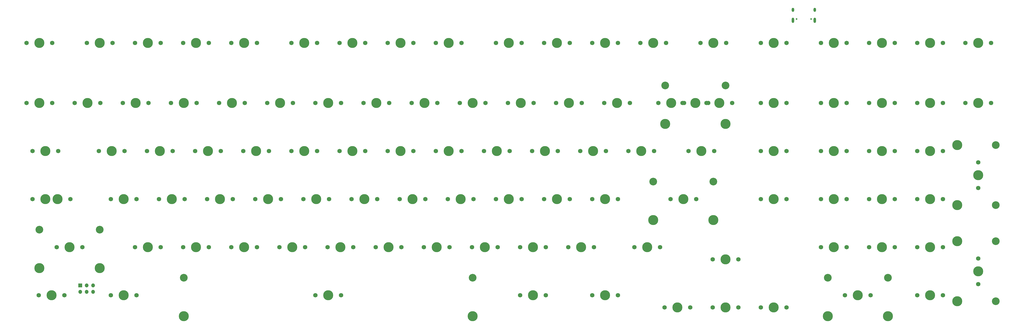
<source format=gbr>
%TF.GenerationSoftware,KiCad,Pcbnew,(5.1.6)-1*%
%TF.CreationDate,2020-07-26T12:10:16+02:00*%
%TF.ProjectId,Proyecto CFS,50726f79-6563-4746-9f20-4346532e6b69,rev?*%
%TF.SameCoordinates,Original*%
%TF.FileFunction,Soldermask,Top*%
%TF.FilePolarity,Negative*%
%FSLAX46Y46*%
G04 Gerber Fmt 4.6, Leading zero omitted, Abs format (unit mm)*
G04 Created by KiCad (PCBNEW (5.1.6)-1) date 2020-07-26 12:10:16*
%MOMM*%
%LPD*%
G01*
G04 APERTURE LIST*
%ADD10C,0.650000*%
%ADD11O,1.000000X2.100000*%
%ADD12O,1.000000X1.600000*%
%ADD13C,3.987800*%
%ADD14C,1.750000*%
%ADD15C,3.048000*%
%ADD16O,1.524000X1.524000*%
%ADD17R,1.524000X1.524000*%
G04 APERTURE END LIST*
D10*
%TO.C,USB1*%
X286340000Y-73855000D03*
X280560000Y-73855000D03*
D11*
X279130000Y-74385000D03*
X287770000Y-74385000D03*
D12*
X279130000Y-70205000D03*
X287770000Y-70205000D03*
%TD*%
D13*
%TO.C,MX79*%
X271462500Y-83343750D03*
D14*
X266382500Y-83343750D03*
X276542500Y-83343750D03*
%TD*%
D13*
%TO.C,MX45*%
X142875000Y-83343750D03*
D14*
X137795000Y-83343750D03*
X147955000Y-83343750D03*
%TD*%
D13*
%TO.C,MX95*%
X333375000Y-107156250D03*
D14*
X328295000Y-107156250D03*
X338455000Y-107156250D03*
%TD*%
D13*
%TO.C,MX103*%
X352425000Y-173831250D03*
D14*
X352425000Y-168751250D03*
X352425000Y-178911250D03*
D15*
X359410000Y-161925000D03*
X359410000Y-185737500D03*
D13*
X344170000Y-161925000D03*
X344170000Y-185737500D03*
%TD*%
%TO.C,MX102*%
X352425000Y-135731250D03*
D14*
X352425000Y-130651250D03*
X352425000Y-140811250D03*
D15*
X359410000Y-123825000D03*
X359410000Y-147637500D03*
D13*
X344170000Y-123825000D03*
X344170000Y-147637500D03*
%TD*%
%TO.C,MX88*%
X304800000Y-183356250D03*
D14*
X299720000Y-183356250D03*
X309880000Y-183356250D03*
D15*
X292893750Y-176371250D03*
X316706250Y-176371250D03*
D13*
X292893750Y-191611250D03*
X316706250Y-191611250D03*
%TD*%
%TO.C,MX104*%
X271462500Y-188118750D03*
D14*
X266382500Y-188118750D03*
X276542500Y-188118750D03*
%TD*%
D13*
%TO.C,MX39*%
X119062500Y-164306250D03*
D14*
X113982500Y-164306250D03*
X124142500Y-164306250D03*
%TD*%
D13*
%TO.C,MX43*%
X128587500Y-145256250D03*
D14*
X123507500Y-145256250D03*
X133667500Y-145256250D03*
%TD*%
D13*
%TO.C,MX34*%
X95250000Y-183356250D03*
D14*
X90170000Y-183356250D03*
X100330000Y-183356250D03*
D15*
X38100000Y-176371250D03*
X152400000Y-176371250D03*
D13*
X38100000Y-191611250D03*
X152400000Y-191611250D03*
%TD*%
%TO.C,MX33*%
X100012500Y-164306250D03*
D14*
X94932500Y-164306250D03*
X105092500Y-164306250D03*
%TD*%
D13*
%TO.C,MX32*%
X90487500Y-145256250D03*
D14*
X85407500Y-145256250D03*
X95567500Y-145256250D03*
%TD*%
D13*
%TO.C,MX48*%
X147637500Y-145256250D03*
D14*
X142557500Y-145256250D03*
X152717500Y-145256250D03*
%TD*%
D13*
%TO.C,MX31*%
X85725000Y-126206250D03*
D14*
X80645000Y-126206250D03*
X90805000Y-126206250D03*
%TD*%
D13*
%TO.C,MX44*%
X138112500Y-164306250D03*
D14*
X133032500Y-164306250D03*
X143192500Y-164306250D03*
%TD*%
D13*
%TO.C,MX40*%
X123825000Y-83343750D03*
D14*
X118745000Y-83343750D03*
X128905000Y-83343750D03*
%TD*%
D13*
%TO.C,MX36*%
X95250000Y-107156250D03*
D14*
X90170000Y-107156250D03*
X100330000Y-107156250D03*
%TD*%
D13*
%TO.C,MX46*%
X133350000Y-107156250D03*
D14*
X128270000Y-107156250D03*
X138430000Y-107156250D03*
%TD*%
D13*
%TO.C,MX41*%
X114300000Y-107156250D03*
D14*
X109220000Y-107156250D03*
X119380000Y-107156250D03*
%TD*%
D13*
%TO.C,MX42*%
X123825000Y-126206250D03*
D14*
X118745000Y-126206250D03*
X128905000Y-126206250D03*
%TD*%
D13*
%TO.C,MX38*%
X109537500Y-145256250D03*
D14*
X104457500Y-145256250D03*
X114617500Y-145256250D03*
%TD*%
D13*
%TO.C,MX35*%
X104775000Y-83343750D03*
D14*
X99695000Y-83343750D03*
X109855000Y-83343750D03*
%TD*%
D13*
%TO.C,MX37*%
X104775000Y-126206250D03*
D14*
X99695000Y-126206250D03*
X109855000Y-126206250D03*
%TD*%
D13*
%TO.C,MX47*%
X142875000Y-126206250D03*
D14*
X137795000Y-126206250D03*
X147955000Y-126206250D03*
%TD*%
D13*
%TO.C,MX89*%
X314325000Y-83343750D03*
D14*
X309245000Y-83343750D03*
X319405000Y-83343750D03*
%TD*%
D13*
%TO.C,MX87*%
X295275000Y-164306250D03*
D14*
X290195000Y-164306250D03*
X300355000Y-164306250D03*
%TD*%
D13*
%TO.C,MX100*%
X352425000Y-83343750D03*
D14*
X347345000Y-83343750D03*
X357505000Y-83343750D03*
%TD*%
D13*
%TO.C,MX94*%
X333375000Y-83343750D03*
D14*
X328295000Y-83343750D03*
X338455000Y-83343750D03*
%TD*%
D13*
%TO.C,MX86*%
X295275000Y-145256250D03*
D14*
X290195000Y-145256250D03*
X300355000Y-145256250D03*
%TD*%
D13*
%TO.C,MX101*%
X352425000Y-107156250D03*
D14*
X347345000Y-107156250D03*
X357505000Y-107156250D03*
%TD*%
D13*
%TO.C,MX97*%
X333375000Y-145256250D03*
D14*
X328295000Y-145256250D03*
X338455000Y-145256250D03*
%TD*%
D13*
%TO.C,MX99*%
X333375000Y-183356250D03*
D14*
X328295000Y-183356250D03*
X338455000Y-183356250D03*
%TD*%
D13*
%TO.C,MX93*%
X314325000Y-164306250D03*
D14*
X309245000Y-164306250D03*
X319405000Y-164306250D03*
%TD*%
D13*
%TO.C,MX98*%
X333375000Y-164306250D03*
D14*
X328295000Y-164306250D03*
X338455000Y-164306250D03*
%TD*%
D13*
%TO.C,MX92*%
X314325000Y-145256250D03*
D14*
X309245000Y-145256250D03*
X319405000Y-145256250D03*
%TD*%
D13*
%TO.C,MX96*%
X333375000Y-126206250D03*
D14*
X328295000Y-126206250D03*
X338455000Y-126206250D03*
%TD*%
D13*
%TO.C,MX90*%
X314325000Y-107156250D03*
D14*
X309245000Y-107156250D03*
X319405000Y-107156250D03*
%TD*%
D13*
%TO.C,MX91*%
X314325000Y-126206250D03*
D14*
X309245000Y-126206250D03*
X319405000Y-126206250D03*
%TD*%
D13*
%TO.C,MX72*%
X242887500Y-126206250D03*
D14*
X237807500Y-126206250D03*
X247967500Y-126206250D03*
%TD*%
D13*
%TO.C,MX4*%
X-16668750Y-145256250D03*
D14*
X-21748750Y-145256250D03*
X-11588750Y-145256250D03*
%TD*%
D13*
%TO.C,MX60*%
X195262500Y-164306250D03*
D14*
X190182500Y-164306250D03*
X200342500Y-164306250D03*
%TD*%
D13*
%TO.C,MX51*%
X152400000Y-107156250D03*
D14*
X147320000Y-107156250D03*
X157480000Y-107156250D03*
%TD*%
D13*
%TO.C,MX50*%
X166687500Y-83343750D03*
D14*
X161607500Y-83343750D03*
X171767500Y-83343750D03*
%TD*%
D13*
%TO.C,MX59*%
X185737500Y-145256250D03*
D14*
X180657500Y-145256250D03*
X190817500Y-145256250D03*
%TD*%
D13*
%TO.C,MX57*%
X171450000Y-107156250D03*
D14*
X166370000Y-107156250D03*
X176530000Y-107156250D03*
%TD*%
D13*
%TO.C,MX49*%
X157162500Y-164306250D03*
D14*
X152082500Y-164306250D03*
X162242500Y-164306250D03*
%TD*%
D13*
%TO.C,MX66*%
X204787500Y-183356250D03*
D14*
X199707500Y-183356250D03*
X209867500Y-183356250D03*
%TD*%
D13*
%TO.C,MX55*%
X176212500Y-183356250D03*
D14*
X171132500Y-183356250D03*
X181292500Y-183356250D03*
%TD*%
D13*
%TO.C,MX63*%
X200025000Y-126206250D03*
D14*
X194945000Y-126206250D03*
X205105000Y-126206250D03*
%TD*%
D13*
%TO.C,MX58*%
X180975000Y-126206250D03*
D14*
X175895000Y-126206250D03*
X186055000Y-126206250D03*
%TD*%
D13*
%TO.C,MX64*%
X204787500Y-145256250D03*
D14*
X199707500Y-145256250D03*
X209867500Y-145256250D03*
%TD*%
D13*
%TO.C,MX54*%
X176212500Y-164306250D03*
D14*
X171132500Y-164306250D03*
X181292500Y-164306250D03*
%TD*%
D13*
%TO.C,MX65*%
X221456250Y-164306250D03*
D14*
X216376250Y-164306250D03*
X226536250Y-164306250D03*
%TD*%
D13*
%TO.C,MX56*%
X185737500Y-83343750D03*
D14*
X180657500Y-83343750D03*
X190817500Y-83343750D03*
%TD*%
D13*
%TO.C,MX53*%
X166687500Y-145256250D03*
D14*
X161607500Y-145256250D03*
X171767500Y-145256250D03*
%TD*%
D13*
%TO.C,MX61*%
X204787500Y-83343750D03*
D14*
X199707500Y-83343750D03*
X209867500Y-83343750D03*
%TD*%
D13*
%TO.C,MX62*%
X190500000Y-107156250D03*
D14*
X185420000Y-107156250D03*
X195580000Y-107156250D03*
%TD*%
D13*
%TO.C,MX52*%
X161925000Y-126206250D03*
D14*
X156845000Y-126206250D03*
X167005000Y-126206250D03*
%TD*%
D13*
%TO.C,MX85*%
X295275000Y-126206250D03*
D14*
X290195000Y-126206250D03*
X300355000Y-126206250D03*
%TD*%
D13*
%TO.C,MX81*%
X271462500Y-126206250D03*
D14*
X266382500Y-126206250D03*
X276542500Y-126206250D03*
%TD*%
D13*
%TO.C,MX76*%
X247650000Y-83343750D03*
D14*
X242570000Y-83343750D03*
X252730000Y-83343750D03*
%TD*%
D13*
%TO.C,MX82*%
X271462500Y-145256250D03*
D14*
X266382500Y-145256250D03*
X276542500Y-145256250D03*
%TD*%
D13*
%TO.C,MX69*%
X219075000Y-126206250D03*
D14*
X213995000Y-126206250D03*
X224155000Y-126206250D03*
%TD*%
D13*
%TO.C,MX83*%
X295275000Y-83343750D03*
D14*
X290195000Y-83343750D03*
X300355000Y-83343750D03*
%TD*%
D13*
%TO.C,MX78*%
X250031250Y-107156250D03*
D14*
X244951250Y-107156250D03*
X255111250Y-107156250D03*
%TD*%
D13*
%TO.C,MX80*%
X271462500Y-107156250D03*
D14*
X266382500Y-107156250D03*
X276542500Y-107156250D03*
%TD*%
D13*
%TO.C,MX84*%
X295275000Y-107156250D03*
D14*
X290195000Y-107156250D03*
X300355000Y-107156250D03*
%TD*%
D13*
%TO.C,MX77*%
X240506250Y-107156250D03*
D14*
X235426250Y-107156250D03*
X245586250Y-107156250D03*
D15*
X228600000Y-100171250D03*
X252412500Y-100171250D03*
D13*
X228600000Y-115411250D03*
X252412500Y-115411250D03*
%TD*%
%TO.C,MX73*%
X235743750Y-145256250D03*
D14*
X230663750Y-145256250D03*
X240823750Y-145256250D03*
D15*
X223837500Y-138271250D03*
X247650000Y-138271250D03*
D13*
X223837500Y-153511250D03*
X247650000Y-153511250D03*
%TD*%
%TO.C,MX74*%
X252412500Y-169068750D03*
D14*
X247332500Y-169068750D03*
X257492500Y-169068750D03*
%TD*%
D13*
%TO.C,MX71*%
X230981250Y-107156250D03*
D14*
X225901250Y-107156250D03*
X236061250Y-107156250D03*
%TD*%
D13*
%TO.C,MX70*%
X233362500Y-188118750D03*
D14*
X228282500Y-188118750D03*
X238442500Y-188118750D03*
%TD*%
D13*
%TO.C,MX68*%
X209550000Y-107156250D03*
D14*
X204470000Y-107156250D03*
X214630000Y-107156250D03*
%TD*%
D13*
%TO.C,MX75*%
X252412500Y-188118750D03*
D14*
X247332500Y-188118750D03*
X257492500Y-188118750D03*
%TD*%
D13*
%TO.C,MX67*%
X223837500Y-83343750D03*
D14*
X218757500Y-83343750D03*
X228917500Y-83343750D03*
%TD*%
D13*
%TO.C,MX10*%
X9525000Y-126206250D03*
D14*
X4445000Y-126206250D03*
X14605000Y-126206250D03*
%TD*%
D13*
%TO.C,MX3*%
X-16668750Y-126206250D03*
D14*
X-21748750Y-126206250D03*
X-11588750Y-126206250D03*
%TD*%
D13*
%TO.C,MX1*%
X-19050000Y-83343750D03*
D14*
X-24130000Y-83343750D03*
X-13970000Y-83343750D03*
%TD*%
D13*
%TO.C,MX11*%
X14287500Y-145256250D03*
D14*
X9207500Y-145256250D03*
X19367500Y-145256250D03*
%TD*%
D13*
%TO.C,MX2*%
X-19050000Y-107156250D03*
D14*
X-24130000Y-107156250D03*
X-13970000Y-107156250D03*
%TD*%
D13*
%TO.C,MX6*%
X-14287500Y-183356250D03*
D14*
X-19367500Y-183356250D03*
X-9207500Y-183356250D03*
%TD*%
D13*
%TO.C,MX12*%
X23812500Y-164306250D03*
D14*
X18732500Y-164306250D03*
X28892500Y-164306250D03*
%TD*%
D13*
%TO.C,MX5*%
X-7143750Y-164306250D03*
D14*
X-12223750Y-164306250D03*
X-2063750Y-164306250D03*
D15*
X-19050000Y-157321250D03*
X4762500Y-157321250D03*
D13*
X-19050000Y-172561250D03*
X4762500Y-172561250D03*
%TD*%
%TO.C,MX8*%
X4762500Y-83343750D03*
D14*
X-317500Y-83343750D03*
X9842500Y-83343750D03*
%TD*%
D13*
%TO.C,MX9*%
X0Y-107156250D03*
D14*
X-5080000Y-107156250D03*
X5080000Y-107156250D03*
%TD*%
D13*
%TO.C,MX7*%
X-11906250Y-145256250D03*
D14*
X-16986250Y-145256250D03*
X-6826250Y-145256250D03*
%TD*%
D13*
%TO.C,MX26*%
X66675000Y-126206250D03*
D14*
X61595000Y-126206250D03*
X71755000Y-126206250D03*
%TD*%
D13*
%TO.C,MX16*%
X33337500Y-145256250D03*
D14*
X28257500Y-145256250D03*
X38417500Y-145256250D03*
%TD*%
D13*
%TO.C,MX15*%
X28575000Y-126206250D03*
D14*
X23495000Y-126206250D03*
X33655000Y-126206250D03*
%TD*%
D13*
%TO.C,MX14*%
X19050000Y-107156250D03*
D14*
X13970000Y-107156250D03*
X24130000Y-107156250D03*
%TD*%
D13*
%TO.C,MX13*%
X23812500Y-83343750D03*
D14*
X18732500Y-83343750D03*
X28892500Y-83343750D03*
%TD*%
D13*
%TO.C,MX23*%
X61912500Y-164306250D03*
D14*
X56832500Y-164306250D03*
X66992500Y-164306250D03*
%TD*%
D13*
%TO.C,MX21*%
X47625000Y-126206250D03*
D14*
X42545000Y-126206250D03*
X52705000Y-126206250D03*
%TD*%
D13*
%TO.C,MX29*%
X85725000Y-83343750D03*
D14*
X80645000Y-83343750D03*
X90805000Y-83343750D03*
%TD*%
D13*
%TO.C,MX24*%
X61912500Y-83343750D03*
D14*
X56832500Y-83343750D03*
X66992500Y-83343750D03*
%TD*%
D13*
%TO.C,MX17*%
X42862500Y-164306250D03*
D14*
X37782500Y-164306250D03*
X47942500Y-164306250D03*
%TD*%
D13*
%TO.C,MX20*%
X38100000Y-107156250D03*
D14*
X33020000Y-107156250D03*
X43180000Y-107156250D03*
%TD*%
D13*
%TO.C,MX28*%
X80962500Y-164306250D03*
D14*
X75882500Y-164306250D03*
X86042500Y-164306250D03*
%TD*%
D13*
%TO.C,MX25*%
X57150000Y-107156250D03*
D14*
X52070000Y-107156250D03*
X62230000Y-107156250D03*
%TD*%
D13*
%TO.C,MX22*%
X52387500Y-145256250D03*
D14*
X47307500Y-145256250D03*
X57467500Y-145256250D03*
%TD*%
D13*
%TO.C,MX30*%
X76200000Y-107156250D03*
D14*
X71120000Y-107156250D03*
X81280000Y-107156250D03*
%TD*%
D13*
%TO.C,MX19*%
X42862500Y-83343750D03*
D14*
X37782500Y-83343750D03*
X47942500Y-83343750D03*
%TD*%
D13*
%TO.C,MX18*%
X14287500Y-183356250D03*
D14*
X9207500Y-183356250D03*
X19367500Y-183356250D03*
%TD*%
D13*
%TO.C,MX27*%
X71437500Y-145256250D03*
D14*
X66357500Y-145256250D03*
X76517500Y-145256250D03*
%TD*%
D16*
%TO.C,J1*%
X2190000Y-182000000D03*
X-350000Y-182000000D03*
X-2890000Y-182000000D03*
D17*
X-2890000Y-179460000D03*
D16*
X-350000Y-179460000D03*
X2190000Y-179460000D03*
%TD*%
M02*

</source>
